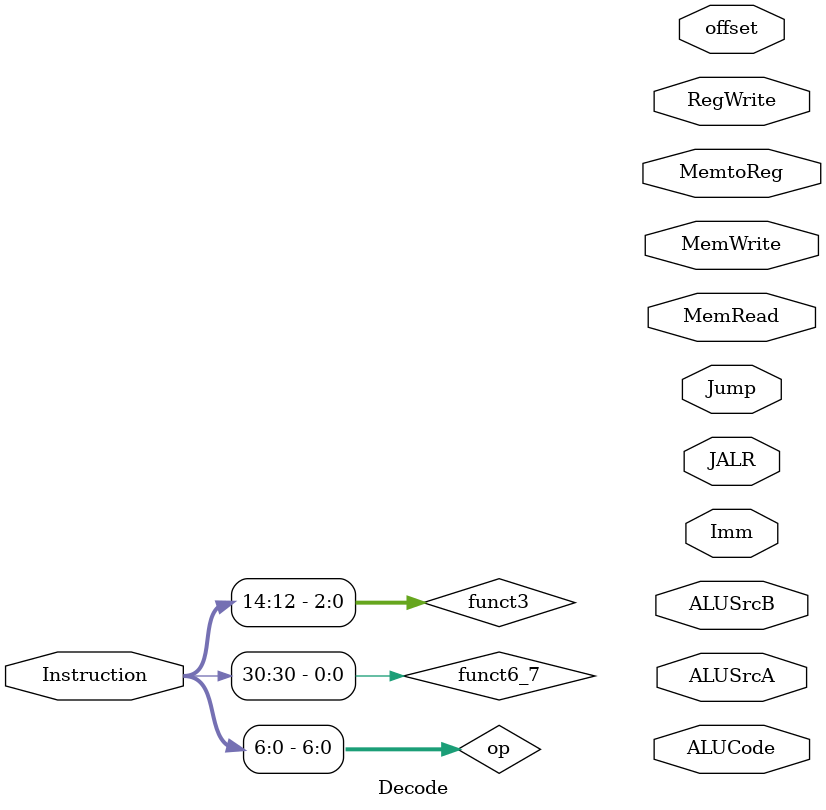
<source format=v>

module Decode(   
	// Outputs
	MemtoReg, RegWrite, MemWrite, MemRead,ALUCode,ALUSrcA,ALUSrcB,Jump,JALR,Imm,offset,
	// Inputs
    Instruction);
	input [31:0]	Instruction;	// current instruction
	output		   MemtoReg;		// use memory output as data to write into register
	output		   RegWrite;		// enable writing back to the register
	output		   MemWrite;		// write to memory
	output         MemRead;
	output [3:0]   ALUCode;         // ALU operation select
	output      	ALUSrcA;
	output [1:0]   ALUSrcB;
	output         Jump;
	output         JALR;
	output[31:0]   Imm,offset;
	
//******************************************************************************
//  instruction type decode
//******************************************************************************
	parameter  R_type_op=   7'b0110011;
	parameter  I_type_op=   7'b0010011;
	parameter  SB_type_op=  7'b1100011;
	parameter  LW_op=       7'b0000011;
	parameter  JALR_op=     7'b1100111;
	parameter  SW_op=       7'b0100011;
	parameter  LUI_op=      7'b0110111;
	parameter  AUIPC_op=    7'b0010111;	
	parameter  JAL_op=      7'b1101111;	
//
  //
   parameter  ADD_funct3 =     3'b000 ;
   parameter  SUB_funct3 =     3'b000 ;
   parameter  SLL_funct3 =     3'b001 ;
   parameter  SLT_funct3 =     3'b010 ;
   parameter  SLTU_funct3 =    3'b011 ;
   parameter  XOR_funct3 =     3'b100 ;
   parameter  SRL_funct3 =     3'b101 ;
   parameter  SRA_funct3 =     3'b101 ;
   parameter  OR_funct3 =      3'b110 ;
   parameter  AND_funct3 =     3'b111;
   //
   parameter  ADDI_funct3 =     3'b000 ;
   parameter  SLLI_funct3 =     3'b001 ;
   parameter  SLTI_funct3 =     3'b010 ;
   parameter  SLTIU_funct3 =    3'b011 ;
   parameter  XORI_funct3 =     3'b100 ;
   parameter  SRLI_funct3 =     3'b101 ;
   parameter  SRAI_funct3 =     3'b101 ;
   parameter  ORI_funct3 =      3'b101 ;
   parameter  ANDI_funct3 =     3'b111;
   //
   parameter	 alu_add=  4'b0000;
   parameter	 alu_sub=  4'b0001;
   parameter	 alu_lui=  4'b0010;
   parameter	 alu_and=  4'b0011;
   parameter	 alu_xor=  4'b0100;
   parameter	 alu_or =  4'b0101;
   parameter 	 alu_sll=  4'b0110;
   parameter	 alu_srl=  4'b0111;
   parameter	 alu_sra=  4'b1000;
   parameter	 alu_slt=  4'b1001;
   parameter	 alu_sltu= 4'b1010; 

//******************************************************************************
// instruction field
//******************************************************************************
	wire [6:0]		op;
	wire  	 	    funct6_7;
	wire [2:0]		funct3;
	assign op			= Instruction[6:0];
	assign funct6_7		= Instruction[30];
 	assign funct3		= Instruction[14:12];
	










	 
endmodule
</source>
